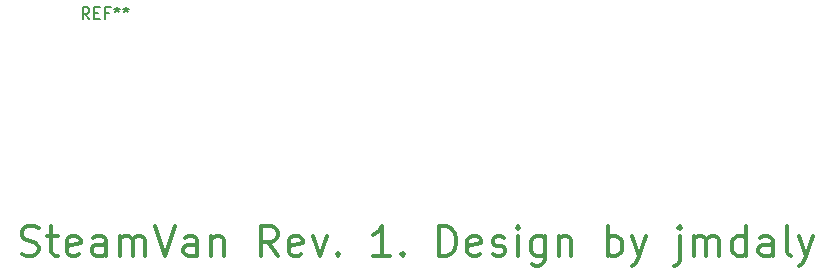
<source format=gto>
G04 #@! TF.GenerationSoftware,KiCad,Pcbnew,5.0.2-bee76a0~70~ubuntu16.04.1*
G04 #@! TF.CreationDate,2019-05-15T21:40:28-04:00*
G04 #@! TF.ProjectId,steamvan,73746561-6d76-4616-9e2e-6b696361645f,rev?*
G04 #@! TF.SameCoordinates,PX43ec160PY7dabae0*
G04 #@! TF.FileFunction,Legend,Top*
G04 #@! TF.FilePolarity,Positive*
%FSLAX46Y46*%
G04 Gerber Fmt 4.6, Leading zero omitted, Abs format (unit mm)*
G04 Created by KiCad (PCBNEW 5.0.2-bee76a0~70~ubuntu16.04.1) date Wed 15 May 2019 09:40:28 PM EDT*
%MOMM*%
%LPD*%
G01*
G04 APERTURE LIST*
%ADD10C,0.300000*%
%ADD11C,0.150000*%
G04 APERTURE END LIST*
D10*
X24561219Y36275296D02*
X24918361Y36156248D01*
X25513600Y36156248D01*
X25751695Y36275296D01*
X25870742Y36394343D01*
X25989790Y36632439D01*
X25989790Y36870534D01*
X25870742Y37108629D01*
X25751695Y37227677D01*
X25513600Y37346724D01*
X25037409Y37465772D01*
X24799314Y37584820D01*
X24680266Y37703867D01*
X24561219Y37941962D01*
X24561219Y38180058D01*
X24680266Y38418153D01*
X24799314Y38537200D01*
X25037409Y38656248D01*
X25632647Y38656248D01*
X25989790Y38537200D01*
X26704076Y37822915D02*
X27656457Y37822915D01*
X27061219Y38656248D02*
X27061219Y36513391D01*
X27180266Y36275296D01*
X27418361Y36156248D01*
X27656457Y36156248D01*
X29442171Y36275296D02*
X29204076Y36156248D01*
X28727885Y36156248D01*
X28489790Y36275296D01*
X28370742Y36513391D01*
X28370742Y37465772D01*
X28489790Y37703867D01*
X28727885Y37822915D01*
X29204076Y37822915D01*
X29442171Y37703867D01*
X29561219Y37465772D01*
X29561219Y37227677D01*
X28370742Y36989581D01*
X31704076Y36156248D02*
X31704076Y37465772D01*
X31585028Y37703867D01*
X31346933Y37822915D01*
X30870742Y37822915D01*
X30632647Y37703867D01*
X31704076Y36275296D02*
X31465980Y36156248D01*
X30870742Y36156248D01*
X30632647Y36275296D01*
X30513600Y36513391D01*
X30513600Y36751486D01*
X30632647Y36989581D01*
X30870742Y37108629D01*
X31465980Y37108629D01*
X31704076Y37227677D01*
X32894552Y36156248D02*
X32894552Y37822915D01*
X32894552Y37584820D02*
X33013600Y37703867D01*
X33251695Y37822915D01*
X33608838Y37822915D01*
X33846933Y37703867D01*
X33965980Y37465772D01*
X33965980Y36156248D01*
X33965980Y37465772D02*
X34085028Y37703867D01*
X34323123Y37822915D01*
X34680266Y37822915D01*
X34918361Y37703867D01*
X35037409Y37465772D01*
X35037409Y36156248D01*
X35870742Y38656248D02*
X36704076Y36156248D01*
X37537409Y38656248D01*
X39442171Y36156248D02*
X39442171Y37465772D01*
X39323123Y37703867D01*
X39085028Y37822915D01*
X38608838Y37822915D01*
X38370742Y37703867D01*
X39442171Y36275296D02*
X39204076Y36156248D01*
X38608838Y36156248D01*
X38370742Y36275296D01*
X38251695Y36513391D01*
X38251695Y36751486D01*
X38370742Y36989581D01*
X38608838Y37108629D01*
X39204076Y37108629D01*
X39442171Y37227677D01*
X40632647Y37822915D02*
X40632647Y36156248D01*
X40632647Y37584820D02*
X40751695Y37703867D01*
X40989790Y37822915D01*
X41346933Y37822915D01*
X41585028Y37703867D01*
X41704076Y37465772D01*
X41704076Y36156248D01*
X46227885Y36156248D02*
X45394552Y37346724D01*
X44799314Y36156248D02*
X44799314Y38656248D01*
X45751695Y38656248D01*
X45989790Y38537200D01*
X46108838Y38418153D01*
X46227885Y38180058D01*
X46227885Y37822915D01*
X46108838Y37584820D01*
X45989790Y37465772D01*
X45751695Y37346724D01*
X44799314Y37346724D01*
X48251695Y36275296D02*
X48013599Y36156248D01*
X47537409Y36156248D01*
X47299314Y36275296D01*
X47180266Y36513391D01*
X47180266Y37465772D01*
X47299314Y37703867D01*
X47537409Y37822915D01*
X48013599Y37822915D01*
X48251695Y37703867D01*
X48370742Y37465772D01*
X48370742Y37227677D01*
X47180266Y36989581D01*
X49204076Y37822915D02*
X49799314Y36156248D01*
X50394552Y37822915D01*
X51346933Y36394343D02*
X51465980Y36275296D01*
X51346933Y36156248D01*
X51227885Y36275296D01*
X51346933Y36394343D01*
X51346933Y36156248D01*
X55751695Y36156248D02*
X54323123Y36156248D01*
X55037409Y36156248D02*
X55037409Y38656248D01*
X54799314Y38299105D01*
X54561219Y38061010D01*
X54323123Y37941962D01*
X56823123Y36394343D02*
X56942171Y36275296D01*
X56823123Y36156248D01*
X56704076Y36275296D01*
X56823123Y36394343D01*
X56823123Y36156248D01*
X59918361Y36156248D02*
X59918361Y38656248D01*
X60513599Y38656248D01*
X60870742Y38537200D01*
X61108838Y38299105D01*
X61227885Y38061010D01*
X61346933Y37584820D01*
X61346933Y37227677D01*
X61227885Y36751486D01*
X61108838Y36513391D01*
X60870742Y36275296D01*
X60513599Y36156248D01*
X59918361Y36156248D01*
X63370742Y36275296D02*
X63132647Y36156248D01*
X62656457Y36156248D01*
X62418361Y36275296D01*
X62299314Y36513391D01*
X62299314Y37465772D01*
X62418361Y37703867D01*
X62656457Y37822915D01*
X63132647Y37822915D01*
X63370742Y37703867D01*
X63489790Y37465772D01*
X63489790Y37227677D01*
X62299314Y36989581D01*
X64442171Y36275296D02*
X64680266Y36156248D01*
X65156457Y36156248D01*
X65394552Y36275296D01*
X65513599Y36513391D01*
X65513599Y36632439D01*
X65394552Y36870534D01*
X65156457Y36989581D01*
X64799314Y36989581D01*
X64561219Y37108629D01*
X64442171Y37346724D01*
X64442171Y37465772D01*
X64561219Y37703867D01*
X64799314Y37822915D01*
X65156457Y37822915D01*
X65394552Y37703867D01*
X66585028Y36156248D02*
X66585028Y37822915D01*
X66585028Y38656248D02*
X66465980Y38537200D01*
X66585028Y38418153D01*
X66704076Y38537200D01*
X66585028Y38656248D01*
X66585028Y38418153D01*
X68846933Y37822915D02*
X68846933Y35799105D01*
X68727885Y35561010D01*
X68608838Y35441962D01*
X68370742Y35322915D01*
X68013599Y35322915D01*
X67775504Y35441962D01*
X68846933Y36275296D02*
X68608838Y36156248D01*
X68132647Y36156248D01*
X67894552Y36275296D01*
X67775504Y36394343D01*
X67656457Y36632439D01*
X67656457Y37346724D01*
X67775504Y37584820D01*
X67894552Y37703867D01*
X68132647Y37822915D01*
X68608838Y37822915D01*
X68846933Y37703867D01*
X70037409Y37822915D02*
X70037409Y36156248D01*
X70037409Y37584820D02*
X70156457Y37703867D01*
X70394552Y37822915D01*
X70751695Y37822915D01*
X70989790Y37703867D01*
X71108838Y37465772D01*
X71108838Y36156248D01*
X74204076Y36156248D02*
X74204076Y38656248D01*
X74204076Y37703867D02*
X74442171Y37822915D01*
X74918361Y37822915D01*
X75156457Y37703867D01*
X75275504Y37584820D01*
X75394552Y37346724D01*
X75394552Y36632439D01*
X75275504Y36394343D01*
X75156457Y36275296D01*
X74918361Y36156248D01*
X74442171Y36156248D01*
X74204076Y36275296D01*
X76227885Y37822915D02*
X76823123Y36156248D01*
X77418361Y37822915D02*
X76823123Y36156248D01*
X76585028Y35561010D01*
X76465980Y35441962D01*
X76227885Y35322915D01*
X80275504Y37822915D02*
X80275504Y35680058D01*
X80156457Y35441962D01*
X79918361Y35322915D01*
X79799314Y35322915D01*
X80275504Y38656248D02*
X80156457Y38537200D01*
X80275504Y38418153D01*
X80394552Y38537200D01*
X80275504Y38656248D01*
X80275504Y38418153D01*
X81465980Y36156248D02*
X81465980Y37822915D01*
X81465980Y37584820D02*
X81585028Y37703867D01*
X81823123Y37822915D01*
X82180266Y37822915D01*
X82418361Y37703867D01*
X82537409Y37465772D01*
X82537409Y36156248D01*
X82537409Y37465772D02*
X82656457Y37703867D01*
X82894552Y37822915D01*
X83251695Y37822915D01*
X83489790Y37703867D01*
X83608838Y37465772D01*
X83608838Y36156248D01*
X85870742Y36156248D02*
X85870742Y38656248D01*
X85870742Y36275296D02*
X85632647Y36156248D01*
X85156457Y36156248D01*
X84918361Y36275296D01*
X84799314Y36394343D01*
X84680266Y36632439D01*
X84680266Y37346724D01*
X84799314Y37584820D01*
X84918361Y37703867D01*
X85156457Y37822915D01*
X85632647Y37822915D01*
X85870742Y37703867D01*
X88132647Y36156248D02*
X88132647Y37465772D01*
X88013599Y37703867D01*
X87775504Y37822915D01*
X87299314Y37822915D01*
X87061219Y37703867D01*
X88132647Y36275296D02*
X87894552Y36156248D01*
X87299314Y36156248D01*
X87061219Y36275296D01*
X86942171Y36513391D01*
X86942171Y36751486D01*
X87061219Y36989581D01*
X87299314Y37108629D01*
X87894552Y37108629D01*
X88132647Y37227677D01*
X89680266Y36156248D02*
X89442171Y36275296D01*
X89323123Y36513391D01*
X89323123Y38656248D01*
X90394552Y37822915D02*
X90989790Y36156248D01*
X91585028Y37822915D02*
X90989790Y36156248D01*
X90751695Y35561010D01*
X90632647Y35441962D01*
X90394552Y35322915D01*
G04 #@! TO.C,REF\002A\002A*
D11*
X30285066Y56192820D02*
X29951733Y56669010D01*
X29713638Y56192820D02*
X29713638Y57192820D01*
X30094590Y57192820D01*
X30189828Y57145200D01*
X30237447Y57097581D01*
X30285066Y57002343D01*
X30285066Y56859486D01*
X30237447Y56764248D01*
X30189828Y56716629D01*
X30094590Y56669010D01*
X29713638Y56669010D01*
X30713638Y56716629D02*
X31046971Y56716629D01*
X31189828Y56192820D02*
X30713638Y56192820D01*
X30713638Y57192820D01*
X31189828Y57192820D01*
X31951733Y56716629D02*
X31618400Y56716629D01*
X31618400Y56192820D02*
X31618400Y57192820D01*
X32094590Y57192820D01*
X32618400Y57192820D02*
X32618400Y56954724D01*
X32380304Y57049962D02*
X32618400Y56954724D01*
X32856495Y57049962D01*
X32475542Y56764248D02*
X32618400Y56954724D01*
X32761257Y56764248D01*
X33380304Y57192820D02*
X33380304Y56954724D01*
X33142209Y57049962D02*
X33380304Y56954724D01*
X33618400Y57049962D01*
X33237447Y56764248D02*
X33380304Y56954724D01*
X33523161Y56764248D01*
G04 #@! TD*
M02*

</source>
